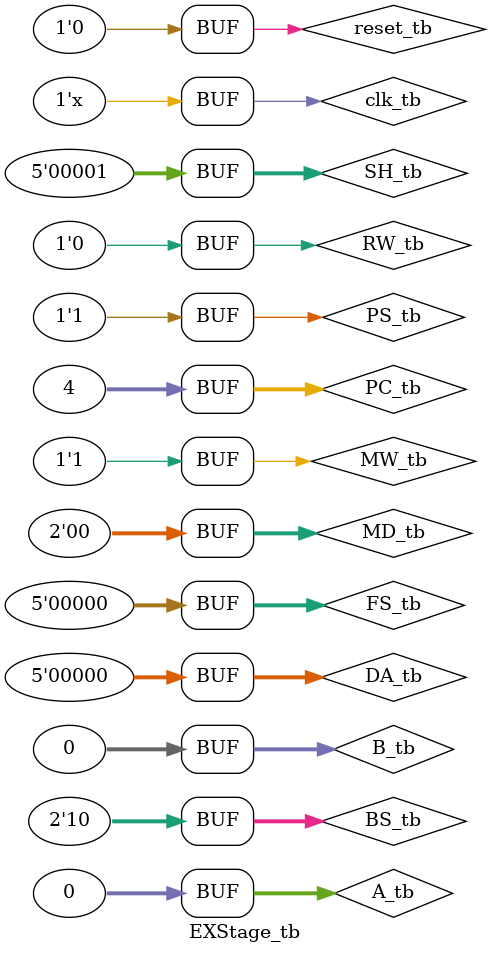
<source format=v>
module EXStage_tb();

    // Parameters of EXStage
    parameter WIDTH = 32;
    
    // Testbench Signals
    reg clk_tb;
    reg reset_tb;
    reg [WIDTH-1:0] A_tb;
    reg [WIDTH-1:0] B_tb;
    reg [WIDTH-1:0] PC_tb;
    reg RW_tb;
    reg MW_tb;
    reg [4:0] DA_tb;
    reg [4:0] FS_tb;
    reg [4:0] SH_tb;
    reg [1:0] BS_tb;
    reg PS_tb;
    reg [1:0] MD_tb;
    wire [WIDTH-1:0] F_out_tb;
    wire [WIDTH-1:0] readDataFromMem_tb;
    wire RW_out_tb;
    wire N_xor_V_tb;
    wire [31:0] DA_out_tb;
    wire [1:0] muxD_out_tb;
    wire [WIDTH-1:0] BrA_tb;
    wire [1:0] pcsrc_tb;

    // Instantiate the Unit Under Test (UUT)
    EXStage uut(
        .clk(clk_tb),
        .reset(reset_tb),
        .A(A_tb),
        .B(B_tb),
        .PC(PC_tb),
        .RW(RW_tb),
        .MW(MW_tb),
        .DA(DA_tb),
        .FS(FS_tb),
        .SH(SH_tb),
        .BS(BS_tb),
        .PS(PS_tb),
        .MD(MD_tb),
        .F_out(F_out_tb),
        .readDataFromMem(readDataFromMem_tb),
        .RW_out(RW_out_tb),
        .N_xor_V(N_xor_V_tb),
        .DA_out(DA_out_tb),
        .muxD_out(muxD_out_tb),
        .BrA(BrA_tb),
        .pcsrc(pcsrc_tb)
    );

    // Clock Generation
    always #5 clk_tb = ~clk_tb;  // Generate a clock with a period of 10ns

    // Test Cases
    initial begin
        // Initialize Testbench Signals
        clk_tb = 0;
        reset_tb = 1;
        A_tb = 0;
        B_tb = 0;
        PC_tb = 0;
        RW_tb = 0;
        MW_tb = 0;
        DA_tb = 0;
        FS_tb = 0;
        SH_tb = 0;
        BS_tb = 0;
        PS_tb = 0;
        MD_tb = 0;

        // Wait for global reset
        #15;
        reset_tb = 0;
        
        // Add operation test
        A_tb = 32'd10;
        B_tb = 32'd20;
        PC_tb = 32'd4;
        FS_tb = 5'b00010; // ALU operation code for add
        #10; // Wait for one clock cycle
        
        // Subtraction operation test
        A_tb = 32'd30;
        B_tb = 32'd20;
        FS_tb = 5'b00101; // ALU operation code for sub
        #10;
        
        // Memory write test
        MW_tb = 1'b1; // Enable memory write
        A_tb = 32'd20; // Memory address
        B_tb = 32'd6; // Data to write
        #10;
        
        // Memory read test
        A_tb = 32'd20; // Memory address to read from
        #10;
        
        A_tb = 32'h00000001; // Example operand
        B_tb = 32'd0;        // Not used in shift operation
        FS_tb = 5'b10000;    // ALU operation code for LSL
        SH_tb = 5'd1;        // Shift by 1
        #10; // Wait for one clock cycle

// LSR operation test: Shift right should not affect N or V, but will affect Z if result is zero
        A_tb = 32'h00000002; // Example operand
        B_tb = 32'd0;        // Not used in shift operation
        FS_tb = 5'b10001;    // ALU operation code for LSR
        SH_tb = 5'd1;        // Shift by 1
        #10; // Wait for one clock cycle
        
        // Test case to trigger N and V flags
// Use subtraction as an example where the result will be negative
// and there will be overflow when subtracting a large positive number from a small one
        A_tb = 32'h00000001; // Small positive number
        B_tb = 32'h80000000; // Large negative number represented in two's complement
        FS_tb = 5'b00101;    // ALU operation code for SUB
        #10; // Wait for one clock cycle



        A_tb = 32'h00000000; // Operand to ensure ZFlag is set to 1 due to the result being zero
        B_tb = 32'h00000000; // Operand to ensure ZFlag is set to 1 due to the result being zero
        PS_tb = 1'b1;        // Set PS to 1 to get a different result from ZFlag
        BS_tb = 2'b10;       // Set BS to indicate a branch should take place
        FS_tb = 5'b00000;    // ALU operation that results in a zero output (e.g., AND operation with zero)
        #10; // Wait for one clock cycle
        
        // Reset the system
        reset_tb = 1;
        #10;
        reset_tb = 0;
        
        // More tests can be added here for different instructions and scenarios
    end
endmodule

</source>
